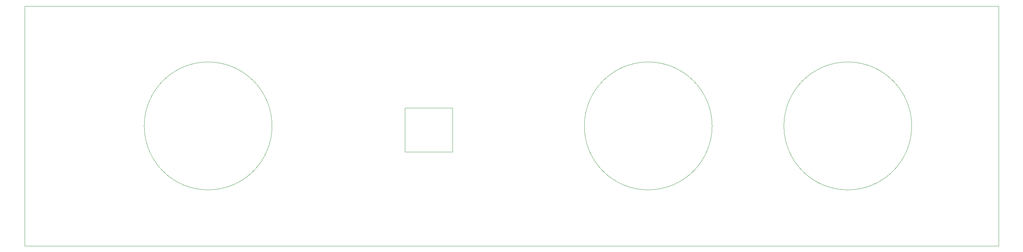
<source format=gbr>
%TF.GenerationSoftware,KiCad,Pcbnew,(6.0.1-0)*%
%TF.CreationDate,2022-03-18T18:53:44-04:00*%
%TF.ProjectId,Tahoe HAM panel,5461686f-6520-4484-914d-2070616e656c,rev?*%
%TF.SameCoordinates,Original*%
%TF.FileFunction,Profile,NP*%
%FSLAX46Y46*%
G04 Gerber Fmt 4.6, Leading zero omitted, Abs format (unit mm)*
G04 Created by KiCad (PCBNEW (6.0.1-0)) date 2022-03-18 18:53:44*
%MOMM*%
%LPD*%
G01*
G04 APERTURE LIST*
%TA.AperFunction,Profile*%
%ADD10C,0.100000*%
%TD*%
G04 APERTURE END LIST*
D10*
X246250001Y-85500000D02*
G75*
G03*
X246250001Y-85500000I-16007811J0D01*
G01*
X196250001Y-85500000D02*
G75*
G03*
X196250001Y-85500000I-16007811J0D01*
G01*
X86000000Y-85500000D02*
G75*
G03*
X86000000Y-85500000I-16007811J0D01*
G01*
X119250000Y-81000000D02*
X131250000Y-81000000D01*
X131250000Y-81000000D02*
X131250000Y-92000000D01*
X131250000Y-92000000D02*
X119250000Y-92000000D01*
X119250000Y-92000000D02*
X119250000Y-81000000D01*
X24000000Y-115500000D02*
X268000000Y-115500000D01*
X268000000Y-115500000D02*
X268000000Y-55500000D01*
X268000000Y-55500000D02*
X24000000Y-55500000D01*
X24000000Y-55500000D02*
X24000000Y-115500000D01*
M02*

</source>
